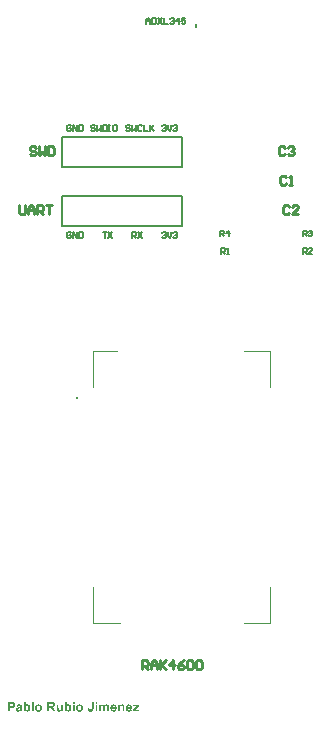
<source format=gto>
G04*
G04 #@! TF.GenerationSoftware,Altium Limited,Altium Designer,21.1.0 (24)*
G04*
G04 Layer_Color=65535*
%FSLAX44Y44*%
%MOMM*%
G71*
G04*
G04 #@! TF.SameCoordinates,0D715D1A-8308-42F1-A0E9-906EAE5A06CC*
G04*
G04*
G04 #@! TF.FilePolarity,Positive*
G04*
G01*
G75*
%ADD10C,0.2000*%
%ADD11C,0.1000*%
%ADD12C,0.1500*%
%ADD13C,0.2540*%
G36*
X147063Y16881D02*
X145530D01*
Y18302D01*
X147063D01*
Y16881D01*
D02*
G37*
G36*
X127835D02*
X126302D01*
Y18302D01*
X127835D01*
Y16881D01*
D02*
G37*
G36*
X155292Y16223D02*
X155352Y16214D01*
X155499Y16197D01*
X155664Y16171D01*
X155846Y16119D01*
X156028Y16058D01*
X156201Y15972D01*
X156210D01*
X156218Y15963D01*
X156270Y15920D01*
X156348Y15859D01*
X156452Y15781D01*
X156556Y15669D01*
X156669Y15539D01*
X156773Y15383D01*
X156859Y15210D01*
X156868Y15192D01*
X156876Y15166D01*
X156885Y15140D01*
X156894Y15097D01*
X156911Y15045D01*
X156929Y14993D01*
X156946Y14924D01*
X156954Y14837D01*
X156972Y14750D01*
X156989Y14655D01*
X156998Y14543D01*
X157006Y14430D01*
X157015Y14300D01*
X157024Y14153D01*
Y14006D01*
Y10307D01*
X155491D01*
Y13616D01*
Y13625D01*
Y13650D01*
Y13694D01*
Y13755D01*
X155482Y13824D01*
Y13902D01*
X155473Y14084D01*
X155447Y14266D01*
X155421Y14456D01*
X155404Y14534D01*
X155378Y14612D01*
X155352Y14681D01*
X155326Y14733D01*
X155317Y14750D01*
X155283Y14785D01*
X155239Y14837D01*
X155170Y14898D01*
X155075Y14958D01*
X154962Y15010D01*
X154832Y15045D01*
X154677Y15062D01*
X154625D01*
X154564Y15054D01*
X154477Y15036D01*
X154391Y15010D01*
X154287Y14976D01*
X154183Y14932D01*
X154070Y14863D01*
X154062Y14855D01*
X154027Y14828D01*
X153975Y14777D01*
X153914Y14716D01*
X153845Y14638D01*
X153776Y14534D01*
X153715Y14421D01*
X153663Y14283D01*
X153654Y14266D01*
Y14239D01*
X153646Y14214D01*
X153637Y14170D01*
X153629Y14118D01*
X153611Y14066D01*
X153603Y13997D01*
X153594Y13919D01*
X153576Y13824D01*
X153568Y13728D01*
X153559Y13625D01*
X153551Y13503D01*
Y13373D01*
X153542Y13235D01*
Y13088D01*
Y10307D01*
X152009D01*
Y13477D01*
Y13486D01*
Y13512D01*
Y13555D01*
Y13616D01*
Y13685D01*
Y13763D01*
X152000Y13936D01*
X151992Y14118D01*
X151974Y14300D01*
X151966Y14378D01*
X151948Y14456D01*
X151939Y14517D01*
X151922Y14569D01*
Y14577D01*
X151905Y14612D01*
X151888Y14655D01*
X151862Y14707D01*
X151784Y14828D01*
X151732Y14889D01*
X151671Y14941D01*
X151662Y14950D01*
X151636Y14958D01*
X151602Y14976D01*
X151550Y15002D01*
X151481Y15028D01*
X151403Y15045D01*
X151307Y15054D01*
X151203Y15062D01*
X151143D01*
X151073Y15054D01*
X150987Y15036D01*
X150892Y15010D01*
X150788Y14976D01*
X150675Y14932D01*
X150562Y14863D01*
X150554Y14855D01*
X150519Y14828D01*
X150467Y14785D01*
X150407Y14725D01*
X150346Y14647D01*
X150276Y14551D01*
X150216Y14439D01*
X150164Y14309D01*
X150155Y14291D01*
Y14274D01*
X150147Y14239D01*
X150138Y14205D01*
X150129Y14153D01*
X150112Y14092D01*
X150103Y14032D01*
X150095Y13954D01*
X150077Y13867D01*
X150069Y13763D01*
X150060Y13659D01*
X150051Y13538D01*
Y13408D01*
X150043Y13269D01*
Y13122D01*
Y10307D01*
X148510D01*
Y16102D01*
X149921D01*
Y15305D01*
X149930Y15314D01*
X149956Y15348D01*
X149999Y15391D01*
X150060Y15452D01*
X150129Y15521D01*
X150216Y15599D01*
X150320Y15686D01*
X150432Y15773D01*
X150554Y15859D01*
X150692Y15937D01*
X150840Y16015D01*
X150995Y16084D01*
X151169Y16145D01*
X151342Y16188D01*
X151532Y16223D01*
X151723Y16232D01*
X151818D01*
X151862Y16223D01*
X151922D01*
X152052Y16206D01*
X152199Y16171D01*
X152364Y16136D01*
X152528Y16076D01*
X152684Y15998D01*
X152693D01*
X152702Y15989D01*
X152754Y15955D01*
X152832Y15903D01*
X152927Y15825D01*
X153031Y15729D01*
X153144Y15608D01*
X153256Y15469D01*
X153360Y15305D01*
X153369Y15314D01*
X153377Y15322D01*
X153395Y15348D01*
X153429Y15383D01*
X153507Y15461D01*
X153603Y15565D01*
X153732Y15677D01*
X153871Y15799D01*
X154018Y15903D01*
X154183Y15998D01*
X154192D01*
X154200Y16006D01*
X154226Y16024D01*
X154261Y16032D01*
X154347Y16076D01*
X154469Y16119D01*
X154607Y16154D01*
X154772Y16197D01*
X154945Y16223D01*
X155127Y16232D01*
X155231D01*
X155292Y16223D01*
D02*
G37*
G36*
X168249D02*
X168379Y16206D01*
X168517Y16188D01*
X168673Y16154D01*
X168838Y16102D01*
X168994Y16041D01*
X169002D01*
X169011Y16032D01*
X169063Y16006D01*
X169141Y15972D01*
X169228Y15911D01*
X169332Y15850D01*
X169436Y15764D01*
X169540Y15677D01*
X169626Y15573D01*
X169635Y15565D01*
X169661Y15521D01*
X169695Y15469D01*
X169747Y15391D01*
X169799Y15296D01*
X169843Y15184D01*
X169895Y15062D01*
X169929Y14932D01*
Y14915D01*
X169947Y14863D01*
X169955Y14785D01*
X169973Y14673D01*
X169990Y14525D01*
X169998Y14352D01*
X170016Y14144D01*
Y13902D01*
Y10307D01*
X168483D01*
Y13261D01*
Y13269D01*
Y13304D01*
Y13347D01*
Y13417D01*
Y13486D01*
X168474Y13573D01*
Y13763D01*
X168457Y13971D01*
X168440Y14170D01*
X168431Y14266D01*
X168414Y14344D01*
X168396Y14413D01*
X168379Y14473D01*
Y14482D01*
X168361Y14517D01*
X168336Y14569D01*
X168301Y14629D01*
X168258Y14699D01*
X168206Y14777D01*
X168136Y14846D01*
X168058Y14906D01*
X168050Y14915D01*
X168024Y14932D01*
X167972Y14958D01*
X167911Y14984D01*
X167833Y15010D01*
X167747Y15036D01*
X167651Y15054D01*
X167539Y15062D01*
X167469D01*
X167400Y15054D01*
X167296Y15036D01*
X167192Y15010D01*
X167071Y14967D01*
X166941Y14915D01*
X166820Y14837D01*
X166803Y14828D01*
X166768Y14794D01*
X166716Y14750D01*
X166647Y14681D01*
X166577Y14603D01*
X166508Y14499D01*
X166447Y14387D01*
X166395Y14257D01*
X166387Y14239D01*
Y14222D01*
X166378Y14188D01*
X166369Y14144D01*
X166361Y14092D01*
X166352Y14032D01*
X166343Y13962D01*
X166326Y13876D01*
X166317Y13780D01*
X166309Y13668D01*
X166300Y13547D01*
X166292Y13417D01*
Y13269D01*
X166283Y13105D01*
Y12932D01*
Y10307D01*
X164750D01*
Y16102D01*
X166170D01*
Y15244D01*
X166179Y15253D01*
X166205Y15287D01*
X166248Y15339D01*
X166309Y15400D01*
X166378Y15469D01*
X166473Y15556D01*
X166569Y15643D01*
X166690Y15738D01*
X166820Y15833D01*
X166967Y15920D01*
X167123Y16006D01*
X167288Y16076D01*
X167469Y16145D01*
X167660Y16188D01*
X167859Y16223D01*
X168067Y16232D01*
X168154D01*
X168249Y16223D01*
D02*
G37*
G36*
X143824Y13226D02*
Y13218D01*
Y13183D01*
Y13131D01*
Y13062D01*
X143815Y12984D01*
Y12888D01*
X143806Y12776D01*
X143798Y12663D01*
X143780Y12421D01*
X143746Y12169D01*
X143702Y11918D01*
X143677Y11806D01*
X143642Y11702D01*
Y11693D01*
X143633Y11667D01*
X143616Y11632D01*
X143599Y11589D01*
X143573Y11529D01*
X143538Y11459D01*
X143451Y11295D01*
X143330Y11121D01*
X143183Y10931D01*
X143010Y10749D01*
X142906Y10662D01*
X142793Y10576D01*
X142784Y10567D01*
X142767Y10558D01*
X142732Y10541D01*
X142681Y10515D01*
X142620Y10481D01*
X142542Y10446D01*
X142455Y10411D01*
X142360Y10368D01*
X142247Y10333D01*
X142126Y10290D01*
X141988Y10255D01*
X141849Y10229D01*
X141693Y10195D01*
X141529Y10177D01*
X141347Y10169D01*
X141165Y10160D01*
X141113D01*
X141052Y10169D01*
X140974D01*
X140870Y10177D01*
X140758Y10195D01*
X140636Y10212D01*
X140498Y10247D01*
X140351Y10281D01*
X140203Y10325D01*
X140056Y10376D01*
X139900Y10437D01*
X139753Y10515D01*
X139606Y10602D01*
X139476Y10706D01*
X139346Y10818D01*
X139337Y10827D01*
X139320Y10853D01*
X139285Y10888D01*
X139242Y10940D01*
X139199Y11009D01*
X139147Y11095D01*
X139086Y11199D01*
X139025Y11312D01*
X138965Y11442D01*
X138904Y11589D01*
X138852Y11745D01*
X138809Y11918D01*
X138765Y12109D01*
X138731Y12317D01*
X138714Y12533D01*
X138705Y12767D01*
X140229Y12940D01*
Y12932D01*
Y12914D01*
Y12871D01*
X140238Y12828D01*
Y12767D01*
X140247Y12707D01*
X140264Y12559D01*
X140290Y12395D01*
X140325Y12239D01*
X140368Y12083D01*
X140394Y12022D01*
X140428Y11962D01*
Y11953D01*
X140437Y11944D01*
X140480Y11892D01*
X140541Y11832D01*
X140628Y11754D01*
X140740Y11676D01*
X140879Y11607D01*
X141035Y11554D01*
X141130Y11546D01*
X141225Y11537D01*
X141277D01*
X141312Y11546D01*
X141407Y11554D01*
X141520Y11572D01*
X141650Y11615D01*
X141771Y11667D01*
X141892Y11736D01*
X141988Y11840D01*
X141996Y11858D01*
X142005Y11875D01*
X142022Y11901D01*
X142039Y11944D01*
X142057Y11988D01*
X142083Y12048D01*
X142100Y12118D01*
X142118Y12195D01*
X142143Y12291D01*
X142161Y12395D01*
X142178Y12516D01*
X142195Y12646D01*
X142204Y12793D01*
X142213Y12949D01*
Y13122D01*
Y18302D01*
X143824D01*
Y13226D01*
D02*
G37*
G36*
X117892Y10307D02*
X116471D01*
Y11165D01*
X116454Y11156D01*
X116436Y11130D01*
X116411Y11095D01*
X116341Y11009D01*
X116246Y10905D01*
X116125Y10792D01*
X115986Y10662D01*
X115813Y10550D01*
X115631Y10437D01*
X115622D01*
X115605Y10429D01*
X115579Y10411D01*
X115544Y10394D01*
X115492Y10376D01*
X115440Y10359D01*
X115302Y10307D01*
X115146Y10264D01*
X114955Y10221D01*
X114756Y10186D01*
X114548Y10177D01*
X114453D01*
X114401Y10186D01*
X114340Y10195D01*
X114202Y10212D01*
X114037Y10238D01*
X113864Y10281D01*
X113682Y10342D01*
X113500Y10429D01*
X113492D01*
X113483Y10437D01*
X113457Y10454D01*
X113422Y10481D01*
X113344Y10532D01*
X113249Y10619D01*
X113137Y10714D01*
X113024Y10844D01*
X112920Y10983D01*
X112833Y11147D01*
Y11156D01*
X112825Y11173D01*
X112816Y11199D01*
X112799Y11234D01*
X112790Y11277D01*
X112773Y11338D01*
X112755Y11407D01*
X112738Y11485D01*
X112712Y11572D01*
X112695Y11667D01*
X112677Y11771D01*
X112669Y11884D01*
X112651Y12005D01*
X112643Y12143D01*
X112634Y12429D01*
Y16102D01*
X114167D01*
Y13434D01*
Y13417D01*
Y13382D01*
Y13321D01*
Y13243D01*
Y13139D01*
X114176Y13036D01*
Y12914D01*
Y12793D01*
X114185Y12533D01*
X114193Y12403D01*
X114202Y12291D01*
X114211Y12178D01*
X114219Y12083D01*
X114228Y11996D01*
X114245Y11936D01*
X114254Y11927D01*
X114262Y11892D01*
X114288Y11840D01*
X114314Y11780D01*
X114358Y11710D01*
X114410Y11641D01*
X114470Y11572D01*
X114548Y11502D01*
X114557Y11494D01*
X114592Y11477D01*
X114635Y11451D01*
X114704Y11425D01*
X114791Y11399D01*
X114886Y11373D01*
X114999Y11355D01*
X115120Y11347D01*
X115189D01*
X115259Y11355D01*
X115354Y11373D01*
X115458Y11399D01*
X115579Y11433D01*
X115700Y11485D01*
X115813Y11554D01*
X115830Y11563D01*
X115865Y11598D01*
X115917Y11641D01*
X115986Y11702D01*
X116055Y11780D01*
X116125Y11875D01*
X116185Y11979D01*
X116237Y12091D01*
X116246Y12109D01*
Y12126D01*
X116255Y12161D01*
X116263Y12204D01*
X116272Y12256D01*
X116289Y12325D01*
X116298Y12403D01*
X116306Y12499D01*
X116324Y12611D01*
X116333Y12741D01*
X116341Y12888D01*
X116350Y13044D01*
Y13226D01*
X116358Y13425D01*
Y13650D01*
Y16102D01*
X117892D01*
Y10307D01*
D02*
G37*
G36*
X182168Y15019D02*
X179951Y12455D01*
X179180Y11615D01*
X179240D01*
X179284Y11624D01*
X179387D01*
X179517Y11632D01*
X179647Y11641D01*
X179777D01*
X179890Y11650D01*
X182341D01*
Y10307D01*
X177170D01*
Y11502D01*
X179335Y13988D01*
X179344Y13997D01*
X179361Y14014D01*
X179387Y14049D01*
X179422Y14092D01*
X179466Y14136D01*
X179517Y14196D01*
X179639Y14326D01*
X179769Y14473D01*
X179898Y14621D01*
X180020Y14750D01*
X180132Y14863D01*
X180080D01*
X180028Y14855D01*
X179942D01*
X179838Y14846D01*
X179717D01*
X179578Y14837D01*
X179422D01*
X177387Y14828D01*
Y16102D01*
X182168D01*
Y15019D01*
D02*
G37*
G36*
X147063Y10307D02*
X145530D01*
Y16102D01*
X147063D01*
Y10307D01*
D02*
G37*
G36*
X127835D02*
X126302D01*
Y16102D01*
X127835D01*
Y10307D01*
D02*
G37*
G36*
X108321Y18293D02*
X108442D01*
X108581Y18284D01*
X108719Y18276D01*
X109031Y18250D01*
X109334Y18206D01*
X109481Y18189D01*
X109629Y18154D01*
X109759Y18120D01*
X109871Y18085D01*
X109880D01*
X109897Y18076D01*
X109923Y18059D01*
X109966Y18042D01*
X110018Y18016D01*
X110070Y17990D01*
X110209Y17912D01*
X110356Y17799D01*
X110503Y17669D01*
X110659Y17505D01*
X110798Y17314D01*
Y17306D01*
X110815Y17288D01*
X110833Y17262D01*
X110850Y17219D01*
X110885Y17167D01*
X110911Y17106D01*
X110945Y17028D01*
X110980Y16951D01*
X111040Y16769D01*
X111101Y16552D01*
X111136Y16318D01*
X111153Y16058D01*
Y16050D01*
Y16015D01*
Y15972D01*
X111144Y15911D01*
X111136Y15833D01*
X111127Y15747D01*
X111110Y15643D01*
X111084Y15539D01*
X111023Y15296D01*
X110980Y15175D01*
X110928Y15054D01*
X110867Y14924D01*
X110798Y14803D01*
X110720Y14681D01*
X110625Y14569D01*
X110616Y14560D01*
X110599Y14543D01*
X110573Y14517D01*
X110529Y14473D01*
X110469Y14430D01*
X110399Y14378D01*
X110322Y14318D01*
X110226Y14257D01*
X110122Y14188D01*
X110010Y14127D01*
X109880Y14066D01*
X109733Y14006D01*
X109577Y13954D01*
X109412Y13902D01*
X109230Y13858D01*
X109040Y13824D01*
X109048D01*
X109066Y13806D01*
X109092Y13798D01*
X109126Y13772D01*
X109221Y13711D01*
X109343Y13625D01*
X109481Y13529D01*
X109629Y13417D01*
X109776Y13287D01*
X109906Y13157D01*
X109923Y13139D01*
X109940Y13113D01*
X109966Y13088D01*
X110001Y13044D01*
X110044Y12992D01*
X110096Y12932D01*
X110148Y12862D01*
X110209Y12776D01*
X110278Y12680D01*
X110356Y12577D01*
X110434Y12455D01*
X110521Y12325D01*
X110616Y12178D01*
X110720Y12031D01*
X110824Y11858D01*
X111803Y10307D01*
X109871D01*
X108702Y12048D01*
X108693Y12057D01*
X108676Y12091D01*
X108641Y12135D01*
X108598Y12195D01*
X108555Y12273D01*
X108494Y12351D01*
X108364Y12542D01*
X108217Y12741D01*
X108078Y12932D01*
X108009Y13018D01*
X107948Y13096D01*
X107896Y13166D01*
X107844Y13218D01*
X107836Y13226D01*
X107810Y13261D01*
X107758Y13295D01*
X107697Y13347D01*
X107628Y13408D01*
X107541Y13460D01*
X107455Y13512D01*
X107359Y13547D01*
X107351Y13555D01*
X107307Y13564D01*
X107247Y13581D01*
X107160Y13599D01*
X107048Y13616D01*
X106909Y13625D01*
X106744Y13642D01*
X106225D01*
Y10307D01*
X104614D01*
Y18302D01*
X108217D01*
X108321Y18293D01*
D02*
G37*
G36*
X93120Y10307D02*
X91587D01*
Y18302D01*
X93120D01*
Y10307D01*
D02*
G37*
G36*
X81072Y16223D02*
X81176D01*
X81280Y16214D01*
X81401Y16197D01*
X81652Y16171D01*
X81903Y16128D01*
X82146Y16067D01*
X82250Y16024D01*
X82354Y15980D01*
X82362D01*
X82380Y15972D01*
X82406Y15955D01*
X82432Y15937D01*
X82527Y15885D01*
X82631Y15816D01*
X82752Y15721D01*
X82865Y15617D01*
X82978Y15495D01*
X83064Y15366D01*
X83073Y15348D01*
X83081Y15322D01*
X83099Y15296D01*
X83116Y15253D01*
X83133Y15192D01*
X83151Y15132D01*
X83168Y15054D01*
X83185Y14967D01*
X83203Y14872D01*
X83220Y14759D01*
X83237Y14629D01*
X83255Y14491D01*
X83263Y14344D01*
X83272Y14179D01*
Y13997D01*
X83246Y12204D01*
Y12195D01*
Y12169D01*
Y12135D01*
Y12083D01*
Y12013D01*
Y11944D01*
X83255Y11780D01*
X83263Y11598D01*
X83272Y11407D01*
X83289Y11234D01*
X83307Y11147D01*
X83315Y11078D01*
Y11061D01*
X83333Y11018D01*
X83350Y10940D01*
X83376Y10844D01*
X83411Y10732D01*
X83462Y10602D01*
X83523Y10454D01*
X83592Y10307D01*
X82077D01*
Y10316D01*
X82068Y10333D01*
X82051Y10368D01*
X82033Y10420D01*
X82016Y10481D01*
X81981Y10558D01*
X81955Y10654D01*
X81921Y10758D01*
Y10766D01*
X81912Y10784D01*
X81903Y10836D01*
X81886Y10896D01*
X81877Y10922D01*
X81869Y10940D01*
X81852Y10922D01*
X81799Y10879D01*
X81722Y10810D01*
X81618Y10723D01*
X81496Y10636D01*
X81349Y10541D01*
X81193Y10446D01*
X81029Y10368D01*
X81020D01*
X81011Y10359D01*
X80985Y10351D01*
X80951Y10342D01*
X80864Y10307D01*
X80743Y10273D01*
X80604Y10238D01*
X80440Y10203D01*
X80266Y10186D01*
X80076Y10177D01*
X79989D01*
X79929Y10186D01*
X79851Y10195D01*
X79764Y10203D01*
X79669Y10221D01*
X79565Y10238D01*
X79340Y10290D01*
X79106Y10376D01*
X78985Y10437D01*
X78872Y10498D01*
X78768Y10567D01*
X78664Y10654D01*
X78655Y10662D01*
X78638Y10680D01*
X78621Y10706D01*
X78586Y10740D01*
X78543Y10792D01*
X78499Y10844D01*
X78456Y10913D01*
X78413Y10991D01*
X78361Y11078D01*
X78318Y11165D01*
X78231Y11381D01*
X78196Y11494D01*
X78179Y11615D01*
X78162Y11745D01*
X78153Y11884D01*
Y11892D01*
Y11910D01*
Y11936D01*
Y11970D01*
X78162Y12057D01*
X78179Y12178D01*
X78214Y12317D01*
X78248Y12464D01*
X78309Y12611D01*
X78387Y12758D01*
Y12767D01*
X78396Y12776D01*
X78430Y12819D01*
X78482Y12888D01*
X78560Y12975D01*
X78647Y13070D01*
X78759Y13166D01*
X78889Y13261D01*
X79036Y13339D01*
X79045D01*
X79054Y13347D01*
X79080Y13356D01*
X79114Y13373D01*
X79158Y13391D01*
X79210Y13417D01*
X79279Y13434D01*
X79348Y13460D01*
X79426Y13486D01*
X79522Y13521D01*
X79626Y13547D01*
X79729Y13581D01*
X79851Y13607D01*
X79981Y13642D01*
X80111Y13677D01*
X80258Y13702D01*
X80266D01*
X80301Y13711D01*
X80362Y13720D01*
X80431Y13737D01*
X80518Y13755D01*
X80622Y13772D01*
X80734Y13798D01*
X80855Y13824D01*
X81098Y13884D01*
X81349Y13945D01*
X81462Y13980D01*
X81574Y14014D01*
X81670Y14049D01*
X81756Y14084D01*
Y14231D01*
Y14239D01*
Y14248D01*
Y14309D01*
X81748Y14387D01*
X81730Y14482D01*
X81704Y14586D01*
X81661Y14690D01*
X81609Y14794D01*
X81531Y14872D01*
X81522Y14880D01*
X81488Y14898D01*
X81427Y14932D01*
X81349Y14967D01*
X81236Y15002D01*
X81089Y15036D01*
X81003Y15045D01*
X80916Y15054D01*
X80812Y15062D01*
X80630D01*
X80552Y15054D01*
X80466Y15045D01*
X80362Y15019D01*
X80249Y14993D01*
X80145Y14950D01*
X80050Y14898D01*
X80041Y14889D01*
X80015Y14863D01*
X79972Y14828D01*
X79920Y14768D01*
X79859Y14690D01*
X79799Y14586D01*
X79738Y14465D01*
X79686Y14326D01*
X78309Y14577D01*
Y14586D01*
X78318Y14612D01*
X78335Y14655D01*
X78352Y14716D01*
X78378Y14785D01*
X78413Y14863D01*
X78499Y15045D01*
X78612Y15253D01*
X78751Y15461D01*
X78915Y15651D01*
X79011Y15747D01*
X79114Y15825D01*
X79123Y15833D01*
X79141Y15842D01*
X79175Y15859D01*
X79218Y15885D01*
X79279Y15920D01*
X79357Y15955D01*
X79444Y15989D01*
X79539Y16032D01*
X79660Y16067D01*
X79781Y16102D01*
X79920Y16136D01*
X80076Y16171D01*
X80240Y16197D01*
X80422Y16214D01*
X80613Y16232D01*
X80994D01*
X81072Y16223D01*
D02*
G37*
G36*
X74204Y18293D02*
X74342D01*
X74498Y18284D01*
X74827Y18276D01*
X74983Y18258D01*
X75139Y18250D01*
X75286Y18241D01*
X75416Y18224D01*
X75529Y18198D01*
X75624Y18181D01*
X75633D01*
X75659Y18172D01*
X75693Y18163D01*
X75736Y18146D01*
X75797Y18120D01*
X75866Y18094D01*
X76022Y18016D01*
X76204Y17912D01*
X76395Y17773D01*
X76499Y17687D01*
X76594Y17600D01*
X76689Y17505D01*
X76776Y17392D01*
X76785Y17384D01*
X76793Y17366D01*
X76819Y17332D01*
X76845Y17288D01*
X76888Y17228D01*
X76923Y17150D01*
X76966Y17072D01*
X77010Y16976D01*
X77053Y16864D01*
X77096Y16751D01*
X77140Y16621D01*
X77174Y16483D01*
X77200Y16336D01*
X77226Y16180D01*
X77235Y16006D01*
X77244Y15833D01*
Y15825D01*
Y15799D01*
Y15764D01*
Y15712D01*
X77235Y15651D01*
X77226Y15573D01*
X77218Y15495D01*
X77209Y15400D01*
X77174Y15210D01*
X77131Y15002D01*
X77062Y14794D01*
X76975Y14595D01*
Y14586D01*
X76966Y14577D01*
X76949Y14551D01*
X76923Y14517D01*
X76871Y14421D01*
X76793Y14309D01*
X76689Y14188D01*
X76577Y14058D01*
X76438Y13928D01*
X76291Y13806D01*
X76282D01*
X76273Y13798D01*
X76222Y13763D01*
X76144Y13711D01*
X76031Y13650D01*
X75910Y13590D01*
X75771Y13529D01*
X75615Y13477D01*
X75459Y13434D01*
X75451D01*
X75433Y13425D01*
X75399D01*
X75355Y13417D01*
X75295Y13408D01*
X75217Y13399D01*
X75130Y13391D01*
X75035Y13382D01*
X74922Y13365D01*
X74792Y13356D01*
X74654Y13347D01*
X74507Y13339D01*
X74342Y13330D01*
X74169D01*
X73978Y13321D01*
X72731D01*
Y10307D01*
X71120D01*
Y18302D01*
X74065D01*
X74204Y18293D01*
D02*
G37*
G36*
X173905Y16223D02*
X174000Y16214D01*
X174104Y16206D01*
X174234Y16188D01*
X174373Y16162D01*
X174520Y16128D01*
X174684Y16076D01*
X174849Y16024D01*
X175014Y15955D01*
X175187Y15868D01*
X175351Y15773D01*
X175516Y15660D01*
X175672Y15521D01*
X175819Y15374D01*
X175828Y15366D01*
X175854Y15331D01*
X175888Y15287D01*
X175932Y15218D01*
X175992Y15123D01*
X176053Y15010D01*
X176122Y14880D01*
X176191Y14733D01*
X176261Y14560D01*
X176321Y14361D01*
X176382Y14153D01*
X176434Y13919D01*
X176477Y13659D01*
X176512Y13382D01*
X176538Y13088D01*
Y12767D01*
X172701D01*
Y12758D01*
Y12741D01*
Y12698D01*
X172710Y12655D01*
X172718Y12594D01*
X172727Y12525D01*
X172753Y12377D01*
X172796Y12204D01*
X172857Y12022D01*
X172943Y11849D01*
X173065Y11693D01*
X173073D01*
X173082Y11676D01*
X173125Y11632D01*
X173203Y11572D01*
X173307Y11511D01*
X173437Y11442D01*
X173593Y11381D01*
X173766Y11338D01*
X173862Y11329D01*
X173957Y11321D01*
X174017D01*
X174078Y11329D01*
X174165Y11347D01*
X174260Y11364D01*
X174355Y11399D01*
X174459Y11451D01*
X174554Y11511D01*
X174563Y11520D01*
X174598Y11546D01*
X174641Y11598D01*
X174693Y11667D01*
X174762Y11754D01*
X174823Y11866D01*
X174884Y11996D01*
X174935Y12152D01*
X176460Y11892D01*
Y11884D01*
X176443Y11858D01*
X176425Y11814D01*
X176408Y11754D01*
X176373Y11684D01*
X176330Y11607D01*
X176287Y11511D01*
X176235Y11416D01*
X176105Y11208D01*
X175940Y11000D01*
X175750Y10792D01*
X175637Y10697D01*
X175525Y10610D01*
X175516Y10602D01*
X175499Y10593D01*
X175464Y10567D01*
X175412Y10541D01*
X175351Y10507D01*
X175273Y10472D01*
X175187Y10437D01*
X175091Y10394D01*
X174979Y10351D01*
X174858Y10316D01*
X174728Y10281D01*
X174589Y10247D01*
X174442Y10221D01*
X174277Y10195D01*
X174113Y10186D01*
X173939Y10177D01*
X173870D01*
X173792Y10186D01*
X173688Y10195D01*
X173567Y10203D01*
X173420Y10229D01*
X173264Y10255D01*
X173091Y10299D01*
X172909Y10351D01*
X172727Y10420D01*
X172545Y10498D01*
X172354Y10593D01*
X172181Y10706D01*
X172008Y10836D01*
X171852Y10983D01*
X171705Y11156D01*
X171696Y11165D01*
X171679Y11191D01*
X171653Y11234D01*
X171618Y11303D01*
X171575Y11381D01*
X171523Y11468D01*
X171471Y11580D01*
X171419Y11702D01*
X171367Y11840D01*
X171315Y11996D01*
X171263Y12161D01*
X171220Y12334D01*
X171185Y12525D01*
X171159Y12724D01*
X171142Y12940D01*
X171133Y13157D01*
Y13174D01*
Y13218D01*
X171142Y13295D01*
Y13391D01*
X171159Y13512D01*
X171176Y13659D01*
X171194Y13806D01*
X171229Y13980D01*
X171263Y14153D01*
X171315Y14335D01*
X171376Y14525D01*
X171445Y14716D01*
X171532Y14898D01*
X171635Y15080D01*
X171748Y15253D01*
X171878Y15409D01*
X171887Y15417D01*
X171913Y15444D01*
X171956Y15487D01*
X172017Y15539D01*
X172086Y15599D01*
X172181Y15669D01*
X172285Y15747D01*
X172398Y15825D01*
X172528Y15894D01*
X172675Y15972D01*
X172831Y16041D01*
X173004Y16102D01*
X173177Y16154D01*
X173368Y16197D01*
X173576Y16223D01*
X173784Y16232D01*
X173844D01*
X173905Y16223D01*
D02*
G37*
G36*
X160878D02*
X160973Y16214D01*
X161077Y16206D01*
X161207Y16188D01*
X161346Y16162D01*
X161493Y16128D01*
X161658Y16076D01*
X161822Y16024D01*
X161987Y15955D01*
X162160Y15868D01*
X162325Y15773D01*
X162489Y15660D01*
X162645Y15521D01*
X162792Y15374D01*
X162801Y15366D01*
X162827Y15331D01*
X162861Y15287D01*
X162905Y15218D01*
X162966Y15123D01*
X163026Y15010D01*
X163095Y14880D01*
X163165Y14733D01*
X163234Y14560D01*
X163295Y14361D01*
X163355Y14153D01*
X163407Y13919D01*
X163451Y13659D01*
X163485Y13382D01*
X163511Y13088D01*
Y12767D01*
X159674D01*
Y12758D01*
Y12741D01*
Y12698D01*
X159683Y12655D01*
X159691Y12594D01*
X159700Y12525D01*
X159726Y12377D01*
X159769Y12204D01*
X159830Y12022D01*
X159917Y11849D01*
X160038Y11693D01*
X160047D01*
X160055Y11676D01*
X160099Y11632D01*
X160177Y11572D01*
X160280Y11511D01*
X160410Y11442D01*
X160566Y11381D01*
X160739Y11338D01*
X160835Y11329D01*
X160930Y11321D01*
X160991D01*
X161051Y11329D01*
X161138Y11347D01*
X161233Y11364D01*
X161329Y11399D01*
X161432Y11451D01*
X161528Y11511D01*
X161536Y11520D01*
X161571Y11546D01*
X161614Y11598D01*
X161666Y11667D01*
X161736Y11754D01*
X161796Y11866D01*
X161857Y11996D01*
X161909Y12152D01*
X163433Y11892D01*
Y11884D01*
X163416Y11858D01*
X163399Y11814D01*
X163381Y11754D01*
X163347Y11684D01*
X163303Y11607D01*
X163260Y11511D01*
X163208Y11416D01*
X163078Y11208D01*
X162913Y11000D01*
X162723Y10792D01*
X162610Y10697D01*
X162498Y10610D01*
X162489Y10602D01*
X162472Y10593D01*
X162437Y10567D01*
X162385Y10541D01*
X162325Y10507D01*
X162247Y10472D01*
X162160Y10437D01*
X162065Y10394D01*
X161952Y10351D01*
X161831Y10316D01*
X161701Y10281D01*
X161562Y10247D01*
X161415Y10221D01*
X161250Y10195D01*
X161086Y10186D01*
X160913Y10177D01*
X160843D01*
X160765Y10186D01*
X160662Y10195D01*
X160540Y10203D01*
X160393Y10229D01*
X160237Y10255D01*
X160064Y10299D01*
X159882Y10351D01*
X159700Y10420D01*
X159518Y10498D01*
X159328Y10593D01*
X159155Y10706D01*
X158981Y10836D01*
X158825Y10983D01*
X158678Y11156D01*
X158669Y11165D01*
X158652Y11191D01*
X158626Y11234D01*
X158591Y11303D01*
X158548Y11381D01*
X158496Y11468D01*
X158444Y11580D01*
X158392Y11702D01*
X158340Y11840D01*
X158288Y11996D01*
X158236Y12161D01*
X158193Y12334D01*
X158158Y12525D01*
X158132Y12724D01*
X158115Y12940D01*
X158106Y13157D01*
Y13174D01*
Y13218D01*
X158115Y13295D01*
Y13391D01*
X158132Y13512D01*
X158150Y13659D01*
X158167Y13806D01*
X158202Y13980D01*
X158236Y14153D01*
X158288Y14335D01*
X158349Y14525D01*
X158418Y14716D01*
X158505Y14898D01*
X158609Y15080D01*
X158721Y15253D01*
X158851Y15409D01*
X158860Y15417D01*
X158886Y15444D01*
X158929Y15487D01*
X158990Y15539D01*
X159059Y15599D01*
X159155Y15669D01*
X159258Y15747D01*
X159371Y15825D01*
X159501Y15894D01*
X159648Y15972D01*
X159804Y16041D01*
X159977Y16102D01*
X160151Y16154D01*
X160341Y16197D01*
X160549Y16223D01*
X160757Y16232D01*
X160818D01*
X160878Y16223D01*
D02*
G37*
G36*
X132148D02*
X132235Y16214D01*
X132347Y16206D01*
X132477Y16188D01*
X132625Y16162D01*
X132781Y16128D01*
X132945Y16076D01*
X133118Y16024D01*
X133300Y15955D01*
X133473Y15868D01*
X133655Y15773D01*
X133837Y15660D01*
X134002Y15521D01*
X134166Y15374D01*
X134175Y15366D01*
X134201Y15331D01*
X134244Y15287D01*
X134296Y15218D01*
X134366Y15132D01*
X134435Y15036D01*
X134504Y14915D01*
X134591Y14785D01*
X134669Y14638D01*
X134738Y14473D01*
X134816Y14291D01*
X134877Y14101D01*
X134929Y13902D01*
X134972Y13685D01*
X134998Y13460D01*
X135007Y13218D01*
Y13200D01*
Y13157D01*
X134998Y13088D01*
Y13001D01*
X134980Y12888D01*
X134963Y12758D01*
X134937Y12611D01*
X134902Y12455D01*
X134859Y12282D01*
X134799Y12109D01*
X134729Y11927D01*
X134651Y11745D01*
X134547Y11554D01*
X134435Y11381D01*
X134305Y11199D01*
X134158Y11035D01*
X134149Y11026D01*
X134123Y11000D01*
X134071Y10957D01*
X134002Y10905D01*
X133924Y10836D01*
X133820Y10766D01*
X133707Y10688D01*
X133577Y10610D01*
X133430Y10524D01*
X133265Y10446D01*
X133092Y10376D01*
X132902Y10316D01*
X132703Y10255D01*
X132486Y10212D01*
X132261Y10186D01*
X132027Y10177D01*
X131949D01*
X131888Y10186D01*
X131819D01*
X131741Y10195D01*
X131646Y10203D01*
X131542Y10221D01*
X131308Y10264D01*
X131048Y10325D01*
X130780Y10411D01*
X130511Y10532D01*
X130503Y10541D01*
X130477Y10550D01*
X130442Y10567D01*
X130390Y10602D01*
X130329Y10636D01*
X130269Y10688D01*
X130104Y10801D01*
X129931Y10948D01*
X129749Y11130D01*
X129576Y11347D01*
X129420Y11589D01*
Y11598D01*
X129403Y11624D01*
X129385Y11658D01*
X129359Y11710D01*
X129333Y11780D01*
X129299Y11858D01*
X129273Y11953D01*
X129238Y12057D01*
X129203Y12178D01*
X129169Y12308D01*
X129134Y12447D01*
X129108Y12594D01*
X129082Y12750D01*
X129065Y12923D01*
X129056Y13096D01*
X129047Y13278D01*
Y13287D01*
Y13313D01*
Y13356D01*
X129056Y13408D01*
Y13477D01*
X129065Y13564D01*
X129082Y13650D01*
X129091Y13755D01*
X129143Y13980D01*
X129203Y14231D01*
X129299Y14491D01*
X129351Y14629D01*
X129420Y14759D01*
X129429Y14768D01*
X129437Y14794D01*
X129463Y14828D01*
X129489Y14880D01*
X129524Y14941D01*
X129576Y15010D01*
X129688Y15166D01*
X129844Y15339D01*
X130026Y15521D01*
X130234Y15695D01*
X130477Y15850D01*
X130485Y15859D01*
X130511Y15868D01*
X130546Y15885D01*
X130598Y15911D01*
X130667Y15937D01*
X130745Y15972D01*
X130832Y16006D01*
X130927Y16041D01*
X131040Y16076D01*
X131161Y16110D01*
X131421Y16171D01*
X131706Y16214D01*
X131862Y16232D01*
X132079D01*
X132148Y16223D01*
D02*
G37*
G36*
X120949Y15417D02*
X120958Y15426D01*
X120984Y15452D01*
X121018Y15495D01*
X121070Y15547D01*
X121140Y15608D01*
X121226Y15677D01*
X121313Y15747D01*
X121425Y15825D01*
X121538Y15903D01*
X121668Y15972D01*
X121806Y16041D01*
X121954Y16102D01*
X122110Y16154D01*
X122274Y16197D01*
X122439Y16223D01*
X122621Y16232D01*
X122664D01*
X122725Y16223D01*
X122794D01*
X122889Y16206D01*
X122993Y16188D01*
X123106Y16171D01*
X123236Y16136D01*
X123374Y16093D01*
X123513Y16041D01*
X123660Y15980D01*
X123807Y15903D01*
X123954Y15816D01*
X124093Y15712D01*
X124240Y15599D01*
X124370Y15461D01*
X124379Y15452D01*
X124396Y15426D01*
X124431Y15383D01*
X124483Y15322D01*
X124535Y15244D01*
X124587Y15140D01*
X124656Y15028D01*
X124717Y14898D01*
X124777Y14750D01*
X124847Y14586D01*
X124899Y14404D01*
X124959Y14214D01*
X125003Y13997D01*
X125037Y13772D01*
X125055Y13521D01*
X125063Y13261D01*
Y13243D01*
Y13200D01*
X125055Y13122D01*
Y13018D01*
X125046Y12897D01*
X125029Y12750D01*
X125003Y12594D01*
X124977Y12421D01*
X124933Y12239D01*
X124890Y12048D01*
X124829Y11858D01*
X124760Y11676D01*
X124682Y11485D01*
X124587Y11303D01*
X124474Y11130D01*
X124353Y10974D01*
X124344Y10965D01*
X124318Y10940D01*
X124284Y10905D01*
X124232Y10853D01*
X124162Y10792D01*
X124076Y10723D01*
X123981Y10654D01*
X123877Y10576D01*
X123755Y10498D01*
X123625Y10429D01*
X123487Y10359D01*
X123331Y10299D01*
X123175Y10255D01*
X123002Y10212D01*
X122829Y10186D01*
X122638Y10177D01*
X122551D01*
X122456Y10195D01*
X122335Y10212D01*
X122179Y10238D01*
X122014Y10281D01*
X121841Y10342D01*
X121659Y10420D01*
X121651D01*
X121642Y10429D01*
X121616Y10446D01*
X121581Y10463D01*
X121495Y10524D01*
X121382Y10610D01*
X121252Y10714D01*
X121114Y10836D01*
X120975Y10983D01*
X120836Y11156D01*
Y10307D01*
X119416D01*
Y18302D01*
X120949D01*
Y15417D01*
D02*
G37*
G36*
X97433Y16223D02*
X97520Y16214D01*
X97633Y16206D01*
X97762Y16188D01*
X97910Y16162D01*
X98066Y16128D01*
X98230Y16076D01*
X98403Y16024D01*
X98585Y15955D01*
X98758Y15868D01*
X98940Y15773D01*
X99122Y15660D01*
X99287Y15521D01*
X99451Y15374D01*
X99460Y15366D01*
X99486Y15331D01*
X99529Y15287D01*
X99581Y15218D01*
X99651Y15132D01*
X99720Y15036D01*
X99789Y14915D01*
X99876Y14785D01*
X99954Y14638D01*
X100023Y14473D01*
X100101Y14291D01*
X100162Y14101D01*
X100214Y13902D01*
X100257Y13685D01*
X100283Y13460D01*
X100292Y13218D01*
Y13200D01*
Y13157D01*
X100283Y13088D01*
Y13001D01*
X100266Y12888D01*
X100248Y12758D01*
X100222Y12611D01*
X100188Y12455D01*
X100144Y12282D01*
X100084Y12109D01*
X100014Y11927D01*
X99937Y11745D01*
X99832Y11554D01*
X99720Y11381D01*
X99590Y11199D01*
X99443Y11035D01*
X99434Y11026D01*
X99408Y11000D01*
X99356Y10957D01*
X99287Y10905D01*
X99209Y10836D01*
X99105Y10766D01*
X98992Y10688D01*
X98862Y10610D01*
X98715Y10524D01*
X98551Y10446D01*
X98377Y10376D01*
X98187Y10316D01*
X97988Y10255D01*
X97771Y10212D01*
X97546Y10186D01*
X97312Y10177D01*
X97234D01*
X97174Y10186D01*
X97104D01*
X97026Y10195D01*
X96931Y10203D01*
X96827Y10221D01*
X96593Y10264D01*
X96333Y10325D01*
X96065Y10411D01*
X95796Y10532D01*
X95788Y10541D01*
X95762Y10550D01*
X95727Y10567D01*
X95675Y10602D01*
X95614Y10636D01*
X95554Y10688D01*
X95389Y10801D01*
X95216Y10948D01*
X95034Y11130D01*
X94861Y11347D01*
X94705Y11589D01*
Y11598D01*
X94688Y11624D01*
X94670Y11658D01*
X94644Y11710D01*
X94618Y11780D01*
X94584Y11858D01*
X94558Y11953D01*
X94523Y12057D01*
X94488Y12178D01*
X94454Y12308D01*
X94419Y12447D01*
X94393Y12594D01*
X94367Y12750D01*
X94350Y12923D01*
X94341Y13096D01*
X94333Y13278D01*
Y13287D01*
Y13313D01*
Y13356D01*
X94341Y13408D01*
Y13477D01*
X94350Y13564D01*
X94367Y13650D01*
X94376Y13755D01*
X94428Y13980D01*
X94488Y14231D01*
X94584Y14491D01*
X94636Y14629D01*
X94705Y14759D01*
X94714Y14768D01*
X94722Y14794D01*
X94748Y14828D01*
X94774Y14880D01*
X94809Y14941D01*
X94861Y15010D01*
X94973Y15166D01*
X95129Y15339D01*
X95311Y15521D01*
X95519Y15695D01*
X95762Y15850D01*
X95770Y15859D01*
X95796Y15868D01*
X95831Y15885D01*
X95883Y15911D01*
X95952Y15937D01*
X96030Y15972D01*
X96117Y16006D01*
X96212Y16041D01*
X96325Y16076D01*
X96446Y16110D01*
X96706Y16171D01*
X96992Y16214D01*
X97148Y16232D01*
X97364D01*
X97433Y16223D01*
D02*
G37*
G36*
X86234Y15417D02*
X86243Y15426D01*
X86269Y15452D01*
X86303Y15495D01*
X86355Y15547D01*
X86425Y15608D01*
X86511Y15677D01*
X86598Y15747D01*
X86711Y15825D01*
X86823Y15903D01*
X86953Y15972D01*
X87092Y16041D01*
X87239Y16102D01*
X87395Y16154D01*
X87559Y16197D01*
X87724Y16223D01*
X87906Y16232D01*
X87949D01*
X88010Y16223D01*
X88079D01*
X88174Y16206D01*
X88278Y16188D01*
X88391Y16171D01*
X88521Y16136D01*
X88659Y16093D01*
X88798Y16041D01*
X88945Y15980D01*
X89092Y15903D01*
X89240Y15816D01*
X89378Y15712D01*
X89525Y15599D01*
X89655Y15461D01*
X89664Y15452D01*
X89681Y15426D01*
X89716Y15383D01*
X89768Y15322D01*
X89820Y15244D01*
X89872Y15140D01*
X89941Y15028D01*
X90002Y14898D01*
X90063Y14750D01*
X90132Y14586D01*
X90184Y14404D01*
X90244Y14214D01*
X90288Y13997D01*
X90322Y13772D01*
X90340Y13521D01*
X90348Y13261D01*
Y13243D01*
Y13200D01*
X90340Y13122D01*
Y13018D01*
X90331Y12897D01*
X90314Y12750D01*
X90288Y12594D01*
X90262Y12421D01*
X90218Y12239D01*
X90175Y12048D01*
X90114Y11858D01*
X90045Y11676D01*
X89967Y11485D01*
X89872Y11303D01*
X89759Y11130D01*
X89638Y10974D01*
X89629Y10965D01*
X89603Y10940D01*
X89569Y10905D01*
X89517Y10853D01*
X89447Y10792D01*
X89361Y10723D01*
X89266Y10654D01*
X89162Y10576D01*
X89040Y10498D01*
X88911Y10429D01*
X88772Y10359D01*
X88616Y10299D01*
X88460Y10255D01*
X88287Y10212D01*
X88114Y10186D01*
X87923Y10177D01*
X87837D01*
X87741Y10195D01*
X87620Y10212D01*
X87464Y10238D01*
X87299Y10281D01*
X87126Y10342D01*
X86944Y10420D01*
X86936D01*
X86927Y10429D01*
X86901Y10446D01*
X86866Y10463D01*
X86780Y10524D01*
X86667Y10610D01*
X86537Y10714D01*
X86399Y10836D01*
X86260Y10983D01*
X86122Y11156D01*
Y10307D01*
X84701D01*
Y18302D01*
X86234D01*
Y15417D01*
D02*
G37*
%LPC*%
G36*
X107957Y16951D02*
X106225D01*
Y14915D01*
X107697D01*
X107801Y14924D01*
X108035D01*
X108286Y14941D01*
X108520Y14958D01*
X108624Y14967D01*
X108719Y14976D01*
X108806Y14993D01*
X108866Y15010D01*
X108884Y15019D01*
X108918Y15028D01*
X108970Y15054D01*
X109031Y15088D01*
X109109Y15132D01*
X109187Y15192D01*
X109256Y15262D01*
X109325Y15348D01*
X109334Y15357D01*
X109351Y15391D01*
X109377Y15444D01*
X109412Y15513D01*
X109438Y15599D01*
X109464Y15703D01*
X109481Y15825D01*
X109490Y15955D01*
Y15963D01*
Y15972D01*
Y16024D01*
X109481Y16093D01*
X109464Y16188D01*
X109438Y16292D01*
X109395Y16396D01*
X109343Y16500D01*
X109274Y16604D01*
X109265Y16613D01*
X109230Y16647D01*
X109187Y16691D01*
X109118Y16734D01*
X109031Y16795D01*
X108927Y16838D01*
X108797Y16881D01*
X108659Y16916D01*
X108650D01*
X108615Y16925D01*
X108546D01*
X108503Y16933D01*
X108373D01*
X108286Y16942D01*
X108078D01*
X107957Y16951D01*
D02*
G37*
G36*
X81756Y13088D02*
X81739Y13079D01*
X81696Y13070D01*
X81626Y13044D01*
X81522Y13018D01*
X81392Y12984D01*
X81228Y12940D01*
X81037Y12897D01*
X80812Y12845D01*
X80803D01*
X80786Y12836D01*
X80751D01*
X80708Y12819D01*
X80604Y12793D01*
X80474Y12767D01*
X80336Y12724D01*
X80197Y12680D01*
X80076Y12637D01*
X80024Y12611D01*
X79981Y12585D01*
X79972Y12577D01*
X79937Y12550D01*
X79885Y12499D01*
X79833Y12438D01*
X79781Y12360D01*
X79729Y12265D01*
X79695Y12161D01*
X79686Y12048D01*
Y12031D01*
Y11996D01*
X79695Y11936D01*
X79712Y11858D01*
X79747Y11771D01*
X79781Y11676D01*
X79842Y11589D01*
X79920Y11494D01*
X79929Y11485D01*
X79963Y11459D01*
X80015Y11416D01*
X80084Y11381D01*
X80180Y11338D01*
X80284Y11295D01*
X80405Y11269D01*
X80535Y11260D01*
X80552D01*
X80604Y11269D01*
X80682Y11277D01*
X80786Y11295D01*
X80907Y11329D01*
X81046Y11373D01*
X81185Y11442D01*
X81323Y11529D01*
X81332Y11537D01*
X81366Y11563D01*
X81418Y11607D01*
X81470Y11667D01*
X81540Y11745D01*
X81600Y11832D01*
X81652Y11927D01*
X81696Y12031D01*
Y12040D01*
X81704Y12074D01*
X81713Y12126D01*
X81730Y12195D01*
X81739Y12299D01*
X81748Y12429D01*
X81756Y12585D01*
Y12776D01*
Y13088D01*
D02*
G37*
G36*
X73814Y16951D02*
X72731D01*
Y14673D01*
X73848D01*
X73935Y14681D01*
X74134Y14690D01*
X74342Y14699D01*
X74550Y14725D01*
X74654Y14742D01*
X74741Y14750D01*
X74818Y14777D01*
X74888Y14794D01*
X74905Y14803D01*
X74940Y14820D01*
X75000Y14846D01*
X75070Y14889D01*
X75148Y14950D01*
X75234Y15019D01*
X75321Y15097D01*
X75390Y15192D01*
X75399Y15201D01*
X75416Y15244D01*
X75451Y15296D01*
X75485Y15374D01*
X75520Y15461D01*
X75555Y15565D01*
X75572Y15686D01*
X75581Y15816D01*
Y15825D01*
Y15833D01*
Y15885D01*
X75563Y15972D01*
X75546Y16067D01*
X75520Y16180D01*
X75468Y16301D01*
X75407Y16422D01*
X75321Y16535D01*
X75312Y16544D01*
X75278Y16578D01*
X75217Y16630D01*
X75139Y16691D01*
X75052Y16751D01*
X74940Y16803D01*
X74810Y16855D01*
X74671Y16890D01*
X74654D01*
X74611Y16899D01*
X74576Y16907D01*
X74533D01*
X74481Y16916D01*
X74420Y16925D01*
X74342D01*
X74255Y16933D01*
X74160D01*
X74056Y16942D01*
X73944D01*
X73814Y16951D01*
D02*
G37*
G36*
X173870Y15062D02*
X173818D01*
X173784Y15054D01*
X173697Y15045D01*
X173576Y15019D01*
X173446Y14976D01*
X173307Y14906D01*
X173177Y14811D01*
X173108Y14759D01*
X173047Y14690D01*
X173030Y14673D01*
X172995Y14621D01*
X172943Y14543D01*
X172883Y14430D01*
X172822Y14291D01*
X172770Y14118D01*
X172736Y13928D01*
X172727Y13702D01*
X175014D01*
Y13711D01*
Y13728D01*
Y13763D01*
X175005Y13815D01*
X174996Y13867D01*
X174988Y13928D01*
X174961Y14075D01*
X174918Y14239D01*
X174858Y14404D01*
X174780Y14569D01*
X174667Y14707D01*
X174650Y14725D01*
X174606Y14759D01*
X174537Y14820D01*
X174442Y14889D01*
X174329Y14950D01*
X174191Y15010D01*
X174035Y15045D01*
X173870Y15062D01*
D02*
G37*
G36*
X160843D02*
X160791D01*
X160757Y15054D01*
X160670Y15045D01*
X160549Y15019D01*
X160419Y14976D01*
X160280Y14906D01*
X160151Y14811D01*
X160081Y14759D01*
X160021Y14690D01*
X160003Y14673D01*
X159969Y14621D01*
X159917Y14543D01*
X159856Y14430D01*
X159795Y14291D01*
X159743Y14118D01*
X159709Y13928D01*
X159700Y13702D01*
X161987D01*
Y13711D01*
Y13728D01*
Y13763D01*
X161978Y13815D01*
X161969Y13867D01*
X161961Y13928D01*
X161935Y14075D01*
X161891Y14239D01*
X161831Y14404D01*
X161753Y14569D01*
X161640Y14707D01*
X161623Y14725D01*
X161580Y14759D01*
X161510Y14820D01*
X161415Y14889D01*
X161303Y14950D01*
X161164Y15010D01*
X161008Y15045D01*
X160843Y15062D01*
D02*
G37*
G36*
X132018Y14984D02*
X131958D01*
X131923Y14976D01*
X131871Y14967D01*
X131810Y14958D01*
X131672Y14924D01*
X131507Y14872D01*
X131343Y14794D01*
X131256Y14742D01*
X131178Y14681D01*
X131091Y14603D01*
X131014Y14525D01*
Y14517D01*
X130996Y14508D01*
X130979Y14473D01*
X130953Y14439D01*
X130918Y14395D01*
X130884Y14335D01*
X130849Y14266D01*
X130814Y14188D01*
X130780Y14101D01*
X130745Y13997D01*
X130710Y13893D01*
X130676Y13772D01*
X130650Y13642D01*
X130632Y13503D01*
X130624Y13356D01*
X130615Y13200D01*
Y13191D01*
Y13166D01*
Y13113D01*
X130624Y13062D01*
Y12984D01*
X130632Y12906D01*
X130650Y12810D01*
X130667Y12707D01*
X130710Y12499D01*
X130780Y12273D01*
X130884Y12066D01*
X130944Y11962D01*
X131014Y11875D01*
X131022Y11866D01*
X131031Y11858D01*
X131057Y11832D01*
X131083Y11806D01*
X131178Y11736D01*
X131291Y11650D01*
X131438Y11563D01*
X131611Y11494D01*
X131802Y11442D01*
X131906Y11433D01*
X132018Y11425D01*
X132079D01*
X132122Y11433D01*
X132165Y11442D01*
X132226Y11451D01*
X132365Y11485D01*
X132529Y11537D01*
X132694Y11615D01*
X132781Y11667D01*
X132867Y11728D01*
X132945Y11797D01*
X133023Y11875D01*
X133032Y11884D01*
X133040Y11901D01*
X133058Y11927D01*
X133084Y11962D01*
X133118Y12005D01*
X133153Y12066D01*
X133188Y12135D01*
X133231Y12213D01*
X133265Y12299D01*
X133300Y12403D01*
X133335Y12516D01*
X133370Y12629D01*
X133396Y12758D01*
X133413Y12897D01*
X133430Y13053D01*
Y13209D01*
Y13218D01*
Y13243D01*
Y13295D01*
X133421Y13347D01*
Y13425D01*
X133413Y13503D01*
X133396Y13599D01*
X133378Y13694D01*
X133335Y13910D01*
X133257Y14127D01*
X133162Y14335D01*
X133092Y14439D01*
X133023Y14525D01*
X133014Y14534D01*
X133006Y14543D01*
X132980Y14569D01*
X132954Y14595D01*
X132867Y14673D01*
X132746Y14759D01*
X132599Y14837D01*
X132425Y14915D01*
X132235Y14967D01*
X132131Y14976D01*
X132018Y14984D01*
D02*
G37*
G36*
X122205Y15062D02*
X122153D01*
X122110Y15054D01*
X122014Y15036D01*
X121884Y15010D01*
X121737Y14958D01*
X121581Y14880D01*
X121503Y14828D01*
X121434Y14777D01*
X121356Y14707D01*
X121287Y14629D01*
Y14621D01*
X121270Y14612D01*
X121252Y14586D01*
X121226Y14551D01*
X121200Y14508D01*
X121174Y14447D01*
X121140Y14387D01*
X121105Y14309D01*
X121070Y14222D01*
X121036Y14127D01*
X121010Y14023D01*
X120984Y13902D01*
X120958Y13772D01*
X120940Y13633D01*
X120932Y13486D01*
X120923Y13330D01*
Y13321D01*
Y13287D01*
Y13243D01*
X120932Y13183D01*
Y13105D01*
X120940Y13018D01*
X120949Y12932D01*
X120958Y12828D01*
X120992Y12611D01*
X121044Y12386D01*
X121105Y12178D01*
X121148Y12083D01*
X121200Y11996D01*
X121209Y11988D01*
X121217Y11970D01*
X121243Y11944D01*
X121270Y11901D01*
X121365Y11806D01*
X121486Y11693D01*
X121633Y11580D01*
X121815Y11485D01*
X121919Y11442D01*
X122032Y11416D01*
X122144Y11399D01*
X122266Y11390D01*
X122317D01*
X122352Y11399D01*
X122448Y11416D01*
X122569Y11442D01*
X122699Y11494D01*
X122846Y11572D01*
X122924Y11624D01*
X122993Y11684D01*
X123062Y11745D01*
X123132Y11823D01*
X123140Y11832D01*
X123149Y11840D01*
X123166Y11866D01*
X123192Y11910D01*
X123218Y11953D01*
X123244Y12005D01*
X123279Y12074D01*
X123314Y12152D01*
X123348Y12247D01*
X123383Y12343D01*
X123409Y12455D01*
X123435Y12577D01*
X123461Y12715D01*
X123478Y12862D01*
X123496Y13018D01*
Y13183D01*
Y13191D01*
Y13226D01*
Y13278D01*
X123487Y13347D01*
Y13425D01*
X123478Y13521D01*
X123469Y13625D01*
X123452Y13737D01*
X123409Y13971D01*
X123340Y14214D01*
X123253Y14430D01*
X123192Y14534D01*
X123132Y14621D01*
Y14629D01*
X123114Y14638D01*
X123062Y14690D01*
X122985Y14759D01*
X122880Y14846D01*
X122742Y14924D01*
X122586Y14993D01*
X122404Y15045D01*
X122309Y15054D01*
X122205Y15062D01*
D02*
G37*
G36*
X97303Y14984D02*
X97243D01*
X97208Y14976D01*
X97156Y14967D01*
X97095Y14958D01*
X96957Y14924D01*
X96792Y14872D01*
X96628Y14794D01*
X96541Y14742D01*
X96463Y14681D01*
X96377Y14603D01*
X96299Y14525D01*
Y14517D01*
X96281Y14508D01*
X96264Y14473D01*
X96238Y14439D01*
X96203Y14395D01*
X96169Y14335D01*
X96134Y14266D01*
X96100Y14188D01*
X96065Y14101D01*
X96030Y13997D01*
X95996Y13893D01*
X95961Y13772D01*
X95935Y13642D01*
X95918Y13503D01*
X95909Y13356D01*
X95900Y13200D01*
Y13191D01*
Y13166D01*
Y13113D01*
X95909Y13062D01*
Y12984D01*
X95918Y12906D01*
X95935Y12810D01*
X95952Y12707D01*
X95996Y12499D01*
X96065Y12273D01*
X96169Y12066D01*
X96229Y11962D01*
X96299Y11875D01*
X96307Y11866D01*
X96316Y11858D01*
X96342Y11832D01*
X96368Y11806D01*
X96463Y11736D01*
X96576Y11650D01*
X96723Y11563D01*
X96896Y11494D01*
X97087Y11442D01*
X97191Y11433D01*
X97303Y11425D01*
X97364D01*
X97407Y11433D01*
X97451Y11442D01*
X97511Y11451D01*
X97650Y11485D01*
X97814Y11537D01*
X97979Y11615D01*
X98066Y11667D01*
X98152Y11728D01*
X98230Y11797D01*
X98308Y11875D01*
X98317Y11884D01*
X98326Y11901D01*
X98343Y11927D01*
X98369Y11962D01*
X98403Y12005D01*
X98438Y12066D01*
X98473Y12135D01*
X98516Y12213D01*
X98551Y12299D01*
X98585Y12403D01*
X98620Y12516D01*
X98655Y12629D01*
X98681Y12758D01*
X98698Y12897D01*
X98715Y13053D01*
Y13209D01*
Y13218D01*
Y13243D01*
Y13295D01*
X98707Y13347D01*
Y13425D01*
X98698Y13503D01*
X98681Y13599D01*
X98663Y13694D01*
X98620Y13910D01*
X98542Y14127D01*
X98447Y14335D01*
X98377Y14439D01*
X98308Y14525D01*
X98300Y14534D01*
X98291Y14543D01*
X98265Y14569D01*
X98239Y14595D01*
X98152Y14673D01*
X98031Y14759D01*
X97884Y14837D01*
X97711Y14915D01*
X97520Y14967D01*
X97416Y14976D01*
X97303Y14984D01*
D02*
G37*
G36*
X87490Y15062D02*
X87438D01*
X87395Y15054D01*
X87299Y15036D01*
X87170Y15010D01*
X87022Y14958D01*
X86866Y14880D01*
X86789Y14828D01*
X86719Y14777D01*
X86641Y14707D01*
X86572Y14629D01*
Y14621D01*
X86555Y14612D01*
X86537Y14586D01*
X86511Y14551D01*
X86485Y14508D01*
X86459Y14447D01*
X86425Y14387D01*
X86390Y14309D01*
X86355Y14222D01*
X86321Y14127D01*
X86295Y14023D01*
X86269Y13902D01*
X86243Y13772D01*
X86226Y13633D01*
X86217Y13486D01*
X86208Y13330D01*
Y13321D01*
Y13287D01*
Y13243D01*
X86217Y13183D01*
Y13105D01*
X86226Y13018D01*
X86234Y12932D01*
X86243Y12828D01*
X86277Y12611D01*
X86329Y12386D01*
X86390Y12178D01*
X86433Y12083D01*
X86485Y11996D01*
X86494Y11988D01*
X86503Y11970D01*
X86529Y11944D01*
X86555Y11901D01*
X86650Y11806D01*
X86771Y11693D01*
X86918Y11580D01*
X87100Y11485D01*
X87204Y11442D01*
X87317Y11416D01*
X87429Y11399D01*
X87551Y11390D01*
X87603D01*
X87637Y11399D01*
X87733Y11416D01*
X87854Y11442D01*
X87984Y11494D01*
X88131Y11572D01*
X88209Y11624D01*
X88278Y11684D01*
X88348Y11745D01*
X88417Y11823D01*
X88426Y11832D01*
X88434Y11840D01*
X88451Y11866D01*
X88477Y11910D01*
X88503Y11953D01*
X88529Y12005D01*
X88564Y12074D01*
X88599Y12152D01*
X88633Y12247D01*
X88668Y12343D01*
X88694Y12455D01*
X88720Y12577D01*
X88746Y12715D01*
X88763Y12862D01*
X88781Y13018D01*
Y13183D01*
Y13191D01*
Y13226D01*
Y13278D01*
X88772Y13347D01*
Y13425D01*
X88763Y13521D01*
X88755Y13625D01*
X88737Y13737D01*
X88694Y13971D01*
X88625Y14214D01*
X88538Y14430D01*
X88477Y14534D01*
X88417Y14621D01*
Y14629D01*
X88399Y14638D01*
X88348Y14690D01*
X88270Y14759D01*
X88166Y14846D01*
X88027Y14924D01*
X87871Y14993D01*
X87689Y15045D01*
X87594Y15054D01*
X87490Y15062D01*
D02*
G37*
%LPD*%
D10*
X230975Y592000D02*
Y590010D01*
Y592000D01*
X129500Y276410D02*
Y275410D01*
Y276410D01*
Y275410D01*
X116840Y421640D02*
Y447040D01*
X218440D01*
X116840Y421640D02*
X218440D01*
Y447040D01*
X116840Y471170D02*
Y496570D01*
X218440D01*
X116840Y471170D02*
X218440D01*
Y496570D01*
D11*
X293500Y285410D02*
Y315410D01*
Y285410D02*
Y315410D01*
Y85410D02*
Y115410D01*
Y85410D02*
Y115410D01*
X143500Y85410D02*
Y115410D01*
Y85410D02*
Y115410D01*
Y285410D02*
Y315410D01*
Y285410D02*
Y315410D01*
X271000D02*
X293500D01*
X271000D02*
X293500D01*
X271000Y85410D02*
X293500D01*
X271000D02*
X293500D01*
X143500D02*
X166000D01*
X143500D02*
X166000D01*
X143500Y315410D02*
X163500D01*
X143500D02*
X163500D01*
D12*
X201500Y415665D02*
X202333Y416498D01*
X203999D01*
X204832Y415665D01*
Y414832D01*
X203999Y413999D01*
X203166D01*
X203999D01*
X204832Y413166D01*
Y412333D01*
X203999Y411500D01*
X202333D01*
X201500Y412333D01*
X206498Y416498D02*
Y413166D01*
X208165Y411500D01*
X209831Y413166D01*
Y416498D01*
X211497Y415665D02*
X212330Y416498D01*
X213996D01*
X214829Y415665D01*
Y414832D01*
X213996Y413999D01*
X213163D01*
X213996D01*
X214829Y413166D01*
Y412333D01*
X213996Y411500D01*
X212330D01*
X211497Y412333D01*
X176500Y411500D02*
Y416498D01*
X178999D01*
X179832Y415665D01*
Y413999D01*
X178999Y413166D01*
X176500D01*
X178166D02*
X179832Y411500D01*
X181498Y416498D02*
X184831Y411500D01*
Y416498D02*
X181498Y411500D01*
X151500Y416498D02*
X154832D01*
X153166D01*
Y411500D01*
X156498Y416498D02*
X159831Y411500D01*
Y416498D02*
X156498Y411500D01*
X124832Y415665D02*
X123999Y416498D01*
X122333D01*
X121500Y415665D01*
Y412333D01*
X122333Y411500D01*
X123999D01*
X124832Y412333D01*
Y413999D01*
X123166D01*
X126498Y411500D02*
Y416498D01*
X129831Y411500D01*
Y416498D01*
X131497D02*
Y411500D01*
X133996D01*
X134829Y412333D01*
Y415665D01*
X133996Y416498D01*
X131497D01*
X201500Y505665D02*
X202333Y506498D01*
X203999D01*
X204832Y505665D01*
Y504832D01*
X203999Y503999D01*
X203166D01*
X203999D01*
X204832Y503166D01*
Y502333D01*
X203999Y501500D01*
X202333D01*
X201500Y502333D01*
X206498Y506498D02*
Y503166D01*
X208165Y501500D01*
X209831Y503166D01*
Y506498D01*
X211497Y505665D02*
X212330Y506498D01*
X213996D01*
X214829Y505665D01*
Y504832D01*
X213996Y503999D01*
X213163D01*
X213996D01*
X214829Y503166D01*
Y502333D01*
X213996Y501500D01*
X212330D01*
X211497Y502333D01*
X174832Y505665D02*
X173999Y506498D01*
X172333D01*
X171500Y505665D01*
Y504832D01*
X172333Y503999D01*
X173999D01*
X174832Y503166D01*
Y502333D01*
X173999Y501500D01*
X172333D01*
X171500Y502333D01*
X176498Y506498D02*
Y501500D01*
X178164Y503166D01*
X179831Y501500D01*
Y506498D01*
X184829Y505665D02*
X183996Y506498D01*
X182330D01*
X181497Y505665D01*
Y502333D01*
X182330Y501500D01*
X183996D01*
X184829Y502333D01*
X186495Y506498D02*
Y501500D01*
X189827D01*
X191493Y506498D02*
Y501500D01*
Y503166D01*
X194826Y506498D01*
X192327Y503999D01*
X194826Y501500D01*
X144832Y505665D02*
X143999Y506498D01*
X142333D01*
X141500Y505665D01*
Y504832D01*
X142333Y503999D01*
X143999D01*
X144832Y503166D01*
Y502333D01*
X143999Y501500D01*
X142333D01*
X141500Y502333D01*
X146498Y506498D02*
Y501500D01*
X148164Y503166D01*
X149831Y501500D01*
Y506498D01*
X151497D02*
Y501500D01*
X153996D01*
X154829Y502333D01*
Y505665D01*
X153996Y506498D01*
X151497D01*
X156495D02*
X158161D01*
X157328D01*
Y501500D01*
X156495D01*
X158161D01*
X163160Y506498D02*
X161493D01*
X160660Y505665D01*
Y502333D01*
X161493Y501500D01*
X163160D01*
X163993Y502333D01*
Y505665D01*
X163160Y506498D01*
X124832Y505665D02*
X123999Y506498D01*
X122333D01*
X121500Y505665D01*
Y502333D01*
X122333Y501500D01*
X123999D01*
X124832Y502333D01*
Y503999D01*
X123166D01*
X126498Y501500D02*
Y506498D01*
X129831Y501500D01*
Y506498D01*
X131497D02*
Y501500D01*
X133996D01*
X134829Y502333D01*
Y505665D01*
X133996Y506498D01*
X131497D01*
X250835Y412501D02*
Y417499D01*
X253334D01*
X254167Y416666D01*
Y415000D01*
X253334Y414167D01*
X250835D01*
X252501D02*
X254167Y412501D01*
X258332D02*
Y417499D01*
X255833Y415000D01*
X259165D01*
X320835Y412501D02*
Y417499D01*
X323334D01*
X324167Y416666D01*
Y415000D01*
X323334Y414167D01*
X320835D01*
X322501D02*
X324167Y412501D01*
X325833Y416666D02*
X326666Y417499D01*
X328332D01*
X329165Y416666D01*
Y415833D01*
X328332Y415000D01*
X327499D01*
X328332D01*
X329165Y414167D01*
Y413334D01*
X328332Y412501D01*
X326666D01*
X325833Y413334D01*
X320835Y397501D02*
Y402499D01*
X323334D01*
X324167Y401666D01*
Y400000D01*
X323334Y399167D01*
X320835D01*
X322501D02*
X324167Y397501D01*
X329165D02*
X325833D01*
X329165Y400833D01*
Y401666D01*
X328332Y402499D01*
X326666D01*
X325833Y401666D01*
X251668Y397501D02*
Y402499D01*
X254167D01*
X255000Y401666D01*
Y400000D01*
X254167Y399167D01*
X251668D01*
X253334D02*
X255000Y397501D01*
X256666D02*
X258332D01*
X257499D01*
Y402499D01*
X256666Y401666D01*
X188339Y592501D02*
Y595833D01*
X190005Y597499D01*
X191671Y595833D01*
Y592501D01*
Y595000D01*
X188339D01*
X193337Y597499D02*
Y592501D01*
X195836D01*
X196669Y593334D01*
Y596666D01*
X195836Y597499D01*
X193337D01*
X198335D02*
X201668Y592501D01*
Y597499D02*
X198335Y592501D01*
X203334Y597499D02*
Y592501D01*
X206666D01*
X208332Y596666D02*
X209165Y597499D01*
X210831D01*
X211665Y596666D01*
Y595833D01*
X210831Y595000D01*
X209998D01*
X210831D01*
X211665Y594167D01*
Y593334D01*
X210831Y592501D01*
X209165D01*
X208332Y593334D01*
X215830Y592501D02*
Y597499D01*
X213331Y595000D01*
X216663D01*
X221661Y597499D02*
X218329D01*
Y595000D01*
X219995Y595833D01*
X220828D01*
X221661Y595000D01*
Y593334D01*
X220828Y592501D01*
X219162D01*
X218329Y593334D01*
D13*
X81034Y438809D02*
Y432461D01*
X82304Y431191D01*
X84843D01*
X86113Y432461D01*
Y438809D01*
X88652Y431191D02*
Y436270D01*
X91191Y438809D01*
X93730Y436270D01*
Y431191D01*
Y435000D01*
X88652D01*
X96270Y431191D02*
Y438809D01*
X100078D01*
X101348Y437539D01*
Y435000D01*
X100078Y433730D01*
X96270D01*
X98809D02*
X101348Y431191D01*
X103887Y438809D02*
X108966D01*
X106426D01*
Y431191D01*
X94922Y487539D02*
X93652Y488809D01*
X91113D01*
X89843Y487539D01*
Y486270D01*
X91113Y485000D01*
X93652D01*
X94922Y483730D01*
Y482461D01*
X93652Y481191D01*
X91113D01*
X89843Y482461D01*
X97461Y488809D02*
Y481191D01*
X100000Y483730D01*
X102539Y481191D01*
Y488809D01*
X105078D02*
Y481191D01*
X108887D01*
X110157Y482461D01*
Y487539D01*
X108887Y488809D01*
X105078D01*
X184608Y46191D02*
Y53809D01*
X188417D01*
X189687Y52539D01*
Y50000D01*
X188417Y48730D01*
X184608D01*
X187147D02*
X189687Y46191D01*
X192226D02*
Y51270D01*
X194765Y53809D01*
X197304Y51270D01*
Y46191D01*
Y50000D01*
X192226D01*
X199843Y53809D02*
Y46191D01*
Y48730D01*
X204922Y53809D01*
X201113Y50000D01*
X204922Y46191D01*
X211270D02*
Y53809D01*
X207461Y50000D01*
X212539D01*
X220157Y53809D02*
X217618Y52539D01*
X215078Y50000D01*
Y47461D01*
X216348Y46191D01*
X218887D01*
X220157Y47461D01*
Y48730D01*
X218887Y50000D01*
X215078D01*
X222696Y52539D02*
X223965Y53809D01*
X226505D01*
X227774Y52539D01*
Y47461D01*
X226505Y46191D01*
X223965D01*
X222696Y47461D01*
Y52539D01*
X230313D02*
X231583Y53809D01*
X234122D01*
X235392Y52539D01*
Y47461D01*
X234122Y46191D01*
X231583D01*
X230313Y47461D01*
Y52539D01*
X305881Y487539D02*
X304611Y488809D01*
X302072D01*
X300802Y487539D01*
Y482461D01*
X302072Y481191D01*
X304611D01*
X305881Y482461D01*
X308420Y487539D02*
X309689Y488809D01*
X312229D01*
X313498Y487539D01*
Y486270D01*
X312229Y485000D01*
X310959D01*
X312229D01*
X313498Y483731D01*
Y482461D01*
X312229Y481191D01*
X309689D01*
X308420Y482461D01*
X309750Y437539D02*
X308481Y438809D01*
X305942D01*
X304672Y437539D01*
Y432461D01*
X305942Y431191D01*
X308481D01*
X309750Y432461D01*
X317368Y431191D02*
X312290D01*
X317368Y436270D01*
Y437539D01*
X316098Y438809D01*
X313559D01*
X312290Y437539D01*
X307150Y462539D02*
X305881Y463809D01*
X303342D01*
X302072Y462539D01*
Y457461D01*
X303342Y456191D01*
X305881D01*
X307150Y457461D01*
X309689Y456191D02*
X312229D01*
X310959D01*
Y463809D01*
X309689Y462539D01*
M02*

</source>
